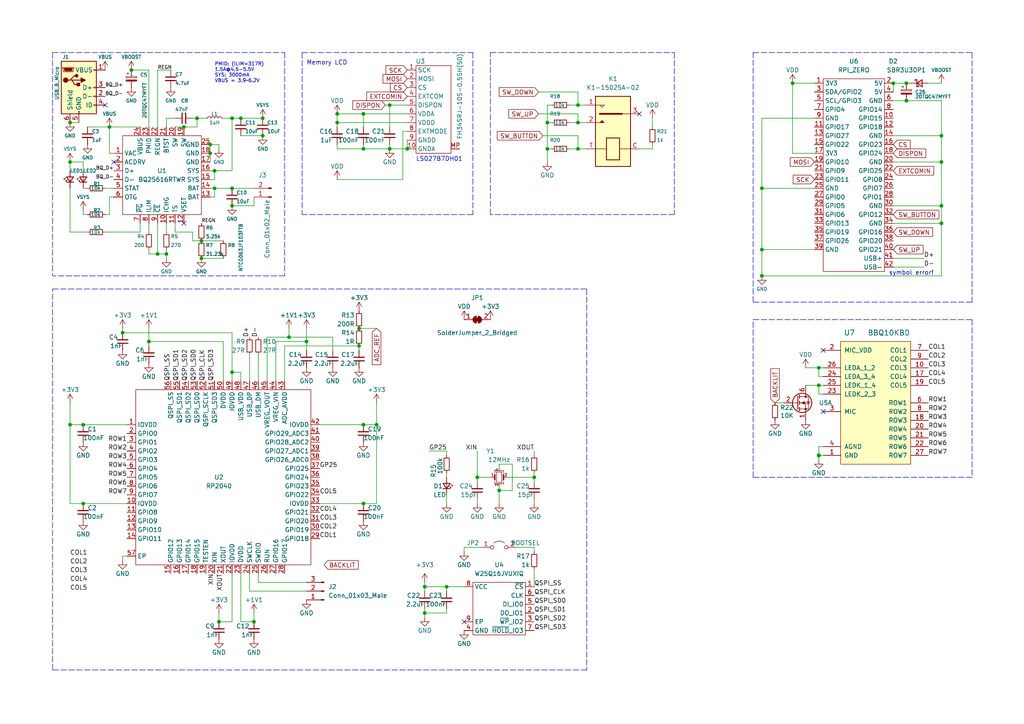
<source format=kicad_sch>
(kicad_sch (version 20211123) (generator eeschema)
  (paper "A4")
  (junction (at 273.05 64.77))
  (junction (at 144.78 142.24))
  (junction (at 113.03 30.48))
  (junction (at 24.13 146.05))
  (junction (at 20.32 123.19))
  (junction (at 62.23 49.53))
  (junction (at 57.15 34.29))
  (junction (at 31.75 36.83))
  (junction (at 60.96 41.91))
  (junction (at 138.43 138.43))
  (junction (at 62.23 54.61))
  (junction (at 273.05 39.37))
  (junction (at 109.22 123.19))
  (junction (at 273.05 46.99))
  (junction (at 97.79 33.02))
  (junction (at 118.11 43.18))
  (junction (at 83.82 97.79))
  (junction (at 58.42 69.85))
  (junction (at 105.41 43.18))
  (junction (at 88.9 99.06))
  (junction (at 104.14 100.33))
  (junction (at 48.26 73.66))
  (junction (at 158.75 35.56))
  (junction (at 262.89 24.13))
  (junction (at 167.64 30.48))
  (junction (at 76.2 39.37))
  (junction (at 73.66 180.34))
  (junction (at 60.96 44.45))
  (junction (at 129.54 170.18))
  (junction (at 105.41 123.19))
  (junction (at 67.31 107.95))
  (junction (at 273.05 59.69))
  (junction (at 67.31 54.61))
  (junction (at 67.31 59.69))
  (junction (at 237.49 106.68))
  (junction (at 123.19 177.8))
  (junction (at 113.03 43.18))
  (junction (at 67.31 34.29))
  (junction (at 104.14 95.25))
  (junction (at 220.98 54.61))
  (junction (at 154.94 138.43))
  (junction (at 237.49 111.76))
  (junction (at 220.98 72.39))
  (junction (at 105.41 33.02))
  (junction (at 123.19 170.18))
  (junction (at 53.34 36.83))
  (junction (at 167.64 35.56))
  (junction (at 35.56 96.52))
  (junction (at 76.2 34.29))
  (junction (at 24.13 123.19))
  (junction (at 20.32 46.99))
  (junction (at 105.41 146.05))
  (junction (at 58.42 74.93))
  (junction (at 220.98 80.01))
  (junction (at 69.85 34.29))
  (junction (at 262.89 29.21))
  (junction (at 167.64 43.18))
  (junction (at 63.5 180.34))
  (junction (at 237.49 132.08) (diameter 1.016))
  (junction (at 229.87 24.13))
  (junction (at 38.1 20.32))
  (junction (at 45.72 73.66))
  (junction (at 43.18 99.06))
  (junction (at 20.32 35.56))
  (junction (at 158.75 43.18))
  (junction (at 259.08 24.13))
  (junction (at 97.79 35.56))
  (no_connect (at 134.62 180.34))
  (no_connect (at 238.76 101.6))
  (no_connect (at 238.76 119.38))
  (no_connect (at 53.34 64.77))
  (no_connect (at 33.02 46.99))
  (no_connect (at 30.48 30.48))
  (no_connect (at 185.42 33.02))
  (wire (pts (xy 74.93 168.91) (xy 88.9 168.91)))
  (wire (pts (xy 72.39 166.37) (xy 72.39 171.45)))
  (wire (pts (xy 67.31 49.53) (xy 67.31 34.29)))
  (wire (pts (xy 20.32 67.31) (xy 20.32 54.61)))
  (polyline (pts (xy 218.44 92.71) (xy 281.94 92.71)))
  (wire (pts (xy 77.47 97.79) (xy 83.82 97.79)))
  (wire (pts (xy 229.87 24.13) (xy 236.22 24.13)))
  (wire (pts (xy 158.75 30.48) (xy 160.02 30.48)))
  (wire (pts (xy 165.1 43.18) (xy 167.64 43.18)))
  (wire (pts (xy 238.76 109.22) (xy 237.49 109.22)))
  (wire (pts (xy 123.19 170.18) (xy 129.54 170.18)))
  (wire (pts (xy 67.31 166.37) (xy 67.31 180.34)))
  (wire (pts (xy 262.89 29.21) (xy 273.05 29.21)))
  (wire (pts (xy 238.76 132.08) (xy 237.49 132.08)))
  (wire (pts (xy 129.54 132.08) (xy 129.54 130.81)))
  (wire (pts (xy 60.96 52.07) (xy 62.23 52.07)))
  (wire (pts (xy 259.08 26.67) (xy 259.08 24.13)))
  (wire (pts (xy 144.78 134.62) (xy 148.59 134.62)))
  (wire (pts (xy 259.08 24.13) (xy 262.89 24.13)))
  (wire (pts (xy 35.56 96.52) (xy 67.31 96.52)))
  (wire (pts (xy 267.97 77.47) (xy 259.08 77.47)))
  (wire (pts (xy 167.64 35.56) (xy 170.18 35.56)))
  (wire (pts (xy 109.22 116.84) (xy 109.22 123.19)))
  (wire (pts (xy 62.23 49.53) (xy 62.23 52.07)))
  (polyline (pts (xy 82.55 15.24) (xy 82.55 80.01)))
  (polyline (pts (xy 15.24 15.24) (xy 15.24 80.01)))
  (wire (pts (xy 96.52 97.79) (xy 83.82 97.79)))
  (wire (pts (xy 156.21 33.02) (xy 167.64 33.02)))
  (wire (pts (xy 156.21 26.67) (xy 167.64 26.67)))
  (wire (pts (xy 83.82 95.25) (xy 83.82 97.79)))
  (wire (pts (xy 24.13 60.96) (xy 24.13 62.23)))
  (wire (pts (xy 60.96 54.61) (xy 62.23 54.61)))
  (wire (pts (xy 50.8 64.77) (xy 50.8 67.31)))
  (wire (pts (xy 31.75 44.45) (xy 31.75 36.83)))
  (polyline (pts (xy 218.44 87.63) (xy 218.44 15.24)))
  (wire (pts (xy 31.75 57.15) (xy 33.02 57.15)))
  (wire (pts (xy 149.86 158.75) (xy 154.94 158.75)))
  (wire (pts (xy 189.23 43.18) (xy 185.42 43.18)))
  (wire (pts (xy 144.78 142.24) (xy 144.78 146.05)))
  (wire (pts (xy 60.96 44.45) (xy 60.96 46.99)))
  (wire (pts (xy 154.94 146.05) (xy 154.94 144.78)))
  (wire (pts (xy 158.75 35.56) (xy 158.75 43.18)))
  (wire (pts (xy 167.64 43.18) (xy 170.18 43.18)))
  (wire (pts (xy 92.71 123.19) (xy 105.41 123.19)))
  (wire (pts (xy 45.72 73.66) (xy 48.26 73.66)))
  (wire (pts (xy 43.18 73.66) (xy 45.72 73.66)))
  (wire (pts (xy 67.31 180.34) (xy 63.5 180.34)))
  (wire (pts (xy 64.77 34.29) (xy 67.31 34.29)))
  (wire (pts (xy 57.15 36.83) (xy 57.15 34.29)))
  (wire (pts (xy 35.56 95.25) (xy 35.56 96.52)))
  (wire (pts (xy 220.98 54.61) (xy 220.98 72.39)))
  (wire (pts (xy 97.79 43.18) (xy 97.79 41.91)))
  (wire (pts (xy 69.85 110.49) (xy 69.85 107.95)))
  (wire (pts (xy 129.54 171.45) (xy 129.54 170.18)))
  (wire (pts (xy 63.5 177.8) (xy 63.5 180.34)))
  (wire (pts (xy 167.64 26.67) (xy 167.64 30.48)))
  (wire (pts (xy 237.49 132.08) (xy 237.49 133.35)))
  (wire (pts (xy 73.66 59.69) (xy 67.31 59.69)))
  (wire (pts (xy 259.08 39.37) (xy 273.05 39.37)))
  (polyline (pts (xy 87.63 15.24) (xy 87.63 62.23)))
  (wire (pts (xy 31.75 62.23) (xy 31.75 57.15)))
  (wire (pts (xy 20.32 46.99) (xy 24.13 46.99)))
  (polyline (pts (xy 142.24 15.24) (xy 195.58 15.24)))
  (polyline (pts (xy 170.18 194.31) (xy 15.24 194.31)))
  (wire (pts (xy 165.1 30.48) (xy 167.64 30.48)))
  (wire (pts (xy 236.22 34.29) (xy 220.98 34.29)))
  (wire (pts (xy 30.48 62.23) (xy 31.75 62.23)))
  (wire (pts (xy 45.72 64.77) (xy 45.72 73.66)))
  (wire (pts (xy 237.49 129.54) (xy 237.49 132.08)))
  (wire (pts (xy 48.26 73.66) (xy 48.26 74.93)))
  (wire (pts (xy 88.9 95.25) (xy 88.9 99.06)))
  (wire (pts (xy 67.31 54.61) (xy 73.66 54.61)))
  (wire (pts (xy 67.31 107.95) (xy 67.31 110.49)))
  (wire (pts (xy 50.8 36.83) (xy 53.34 36.83)))
  (wire (pts (xy 50.8 67.31) (xy 55.88 67.31)))
  (wire (pts (xy 20.32 49.53) (xy 20.32 46.99)))
  (wire (pts (xy 129.54 170.18) (xy 134.62 170.18)))
  (wire (pts (xy 69.85 180.34) (xy 73.66 180.34)))
  (wire (pts (xy 92.71 146.05) (xy 105.41 146.05)))
  (wire (pts (xy 97.79 52.07) (xy 116.84 52.07)))
  (wire (pts (xy 73.66 57.15) (xy 73.66 59.69)))
  (wire (pts (xy 105.41 123.19) (xy 109.22 123.19)))
  (wire (pts (xy 69.85 107.95) (xy 67.31 107.95)))
  (wire (pts (xy 64.77 110.49) (xy 64.77 99.06)))
  (wire (pts (xy 113.03 43.18) (xy 113.03 41.91)))
  (wire (pts (xy 123.19 177.8) (xy 129.54 177.8)))
  (wire (pts (xy 157.48 39.37) (xy 167.64 39.37)))
  (wire (pts (xy 55.88 34.29) (xy 57.15 34.29)))
  (wire (pts (xy 262.89 24.13) (xy 264.16 24.13)))
  (wire (pts (xy 116.84 38.1) (xy 116.84 52.07)))
  (wire (pts (xy 189.23 41.91) (xy 189.23 43.18)))
  (wire (pts (xy 74.93 102.87) (xy 74.93 110.49)))
  (wire (pts (xy 24.13 54.61) (xy 25.4 54.61)))
  (wire (pts (xy 24.13 146.05) (xy 36.83 146.05)))
  (polyline (pts (xy 15.24 83.82) (xy 170.18 83.82)))
  (wire (pts (xy 31.75 36.83) (xy 40.64 36.83)))
  (wire (pts (xy 167.64 30.48) (xy 170.18 30.48)))
  (wire (pts (xy 138.43 130.81) (xy 138.43 138.43)))
  (wire (pts (xy 229.87 44.45) (xy 229.87 24.13)))
  (wire (pts (xy 20.32 146.05) (xy 24.13 146.05)))
  (polyline (pts (xy 281.94 92.71) (xy 281.94 138.43)))
  (wire (pts (xy 97.79 43.18) (xy 105.41 43.18)))
  (wire (pts (xy 259.08 46.99) (xy 273.05 46.99)))
  (wire (pts (xy 138.43 146.05) (xy 138.43 144.78)))
  (wire (pts (xy 43.18 64.77) (xy 43.18 67.31)))
  (polyline (pts (xy 82.55 80.01) (xy 15.24 80.01)))
  (wire (pts (xy 158.75 30.48) (xy 158.75 35.56)))
  (polyline (pts (xy 170.18 83.82) (xy 170.18 194.31)))
  (wire (pts (xy 273.05 39.37) (xy 273.05 46.99)))
  (wire (pts (xy 97.79 35.56) (xy 97.79 36.83)))
  (wire (pts (xy 69.85 166.37) (xy 69.85 180.34)))
  (wire (pts (xy 113.03 30.48) (xy 113.03 36.83)))
  (wire (pts (xy 30.48 67.31) (xy 40.64 67.31)))
  (polyline (pts (xy 218.44 138.43) (xy 218.44 92.71)))
  (wire (pts (xy 62.23 57.15) (xy 62.23 54.61)))
  (wire (pts (xy 220.98 72.39) (xy 236.22 72.39)))
  (wire (pts (xy 237.49 111.76) (xy 238.76 111.76)))
  (wire (pts (xy 158.75 43.18) (xy 158.75 46.99)))
  (wire (pts (xy 58.42 69.85) (xy 64.77 69.85)))
  (wire (pts (xy 76.2 34.29) (xy 69.85 34.29)))
  (wire (pts (xy 67.31 96.52) (xy 67.31 107.95)))
  (wire (pts (xy 60.96 57.15) (xy 62.23 57.15)))
  (wire (pts (xy 273.05 80.01) (xy 220.98 80.01)))
  (wire (pts (xy 24.13 123.19) (xy 36.83 123.19)))
  (wire (pts (xy 88.9 99.06) (xy 80.01 99.06)))
  (wire (pts (xy 148.59 134.62) (xy 148.59 142.24)))
  (wire (pts (xy 233.68 111.76) (xy 237.49 111.76)))
  (wire (pts (xy 48.26 64.77) (xy 48.26 67.31)))
  (wire (pts (xy 104.14 101.6) (xy 104.14 100.33)))
  (wire (pts (xy 62.23 54.61) (xy 67.31 54.61)))
  (wire (pts (xy 144.78 140.97) (xy 144.78 142.24)))
  (wire (pts (xy 74.93 166.37) (xy 74.93 168.91)))
  (wire (pts (xy 233.68 106.68) (xy 237.49 106.68)))
  (wire (pts (xy 60.96 41.91) (xy 63.5 41.91)))
  (wire (pts (xy 25.4 36.83) (xy 31.75 36.83)))
  (wire (pts (xy 154.94 137.16) (xy 154.94 138.43)))
  (wire (pts (xy 273.05 29.21) (xy 273.05 39.37)))
  (wire (pts (xy 72.39 171.45) (xy 88.9 171.45)))
  (wire (pts (xy 58.42 74.93) (xy 64.77 74.93)))
  (wire (pts (xy 259.08 29.21) (xy 262.89 29.21)))
  (wire (pts (xy 105.41 43.18) (xy 105.41 41.91)))
  (wire (pts (xy 109.22 123.19) (xy 109.22 146.05)))
  (wire (pts (xy 134.62 158.75) (xy 139.7 158.75)))
  (wire (pts (xy 118.11 40.64) (xy 118.11 43.18)))
  (wire (pts (xy 105.41 43.18) (xy 113.03 43.18)))
  (wire (pts (xy 220.98 54.61) (xy 236.22 54.61)))
  (wire (pts (xy 49.53 20.32) (xy 45.72 20.32)))
  (wire (pts (xy 148.59 142.24) (xy 144.78 142.24)))
  (wire (pts (xy 43.18 36.83) (xy 43.18 20.32)))
  (wire (pts (xy 20.32 123.19) (xy 24.13 123.19)))
  (wire (pts (xy 273.05 46.99) (xy 273.05 59.69)))
  (wire (pts (xy 134.62 160.02) (xy 134.62 158.75)))
  (wire (pts (xy 237.49 109.22) (xy 237.49 106.68)))
  (wire (pts (xy 43.18 72.39) (xy 43.18 73.66)))
  (wire (pts (xy 53.34 36.83) (xy 57.15 36.83)))
  (wire (pts (xy 259.08 59.69) (xy 273.05 59.69)))
  (polyline (pts (xy 195.58 62.23) (xy 142.24 62.23)))
  (wire (pts (xy 104.14 95.25) (xy 109.22 95.25)))
  (wire (pts (xy 73.66 177.8) (xy 73.66 180.34)))
  (wire (pts (xy 82.55 100.33) (xy 104.14 100.33)))
  (wire (pts (xy 20.32 116.84) (xy 20.32 123.19)))
  (wire (pts (xy 123.19 177.8) (xy 123.19 176.53)))
  (wire (pts (xy 82.55 110.49) (xy 82.55 100.33)))
  (wire (pts (xy 167.64 39.37) (xy 167.64 43.18)))
  (wire (pts (xy 55.88 69.85) (xy 58.42 69.85)))
  (wire (pts (xy 144.78 134.62) (xy 144.78 135.89)))
  (polyline (pts (xy 137.16 62.23) (xy 87.63 62.23)))
  (wire (pts (xy 158.75 35.56) (xy 160.02 35.56)))
  (wire (pts (xy 269.24 24.13) (xy 273.05 24.13)))
  (wire (pts (xy 105.41 33.02) (xy 118.11 33.02)))
  (wire (pts (xy 236.22 44.45) (xy 229.87 44.45)))
  (wire (pts (xy 60.96 41.91) (xy 60.96 44.45)))
  (wire (pts (xy 59.69 34.29) (xy 57.15 34.29)))
  (wire (pts (xy 76.2 39.37) (xy 69.85 39.37)))
  (wire (pts (xy 97.79 33.02) (xy 105.41 33.02)))
  (wire (pts (xy 267.97 74.93) (xy 259.08 74.93)))
  (wire (pts (xy 30.48 54.61) (xy 33.02 54.61)))
  (polyline (pts (xy 281.94 87.63) (xy 218.44 87.63)))
  (wire (pts (xy 273.05 59.69) (xy 273.05 64.77)))
  (wire (pts (xy 36.83 161.29) (xy 35.56 161.29)))
  (wire (pts (xy 154.94 165.1) (xy 154.94 170.18)))
  (wire (pts (xy 96.52 101.6) (xy 96.52 97.79)))
  (wire (pts (xy 273.05 64.77) (xy 273.05 80.01)))
  (wire (pts (xy 113.03 43.18) (xy 118.11 43.18)))
  (wire (pts (xy 129.54 143.51) (xy 129.54 146.05)))
  (polyline (pts (xy 281.94 15.24) (xy 281.94 87.63)))
  (wire (pts (xy 123.19 177.8) (xy 123.19 179.07)))
  (wire (pts (xy 259.08 64.77) (xy 273.05 64.77)))
  (wire (pts (xy 97.79 33.02) (xy 97.79 35.56)))
  (wire (pts (xy 220.98 72.39) (xy 220.98 80.01)))
  (polyline (pts (xy 137.16 15.24) (xy 137.16 62.23)))
  (wire (pts (xy 63.5 41.91) (xy 63.5 43.18)))
  (wire (pts (xy 237.49 106.68) (xy 238.76 106.68)))
  (wire (pts (xy 111.76 30.48) (xy 113.03 30.48)))
  (wire (pts (xy 67.31 34.29) (xy 69.85 34.29)))
  (wire (pts (xy 123.19 171.45) (xy 123.19 170.18)))
  (wire (pts (xy 224.79 116.84) (xy 227.33 116.84)))
  (wire (pts (xy 238.76 129.54) (xy 237.49 129.54)))
  (wire (pts (xy 38.1 20.32) (xy 43.18 20.32)))
  (polyline (pts (xy 218.44 15.24) (xy 281.94 15.24)))
  (wire (pts (xy 43.18 100.33) (xy 43.18 99.06)))
  (polyline (pts (xy 87.63 15.24) (xy 137.16 15.24)))
  (wire (pts (xy 118.11 38.1) (xy 116.84 38.1)))
  (wire (pts (xy 142.24 138.43) (xy 138.43 138.43)))
  (wire (pts (xy 20.32 35.56) (xy 22.86 35.56)))
  (wire (pts (xy 64.77 99.06) (xy 43.18 99.06)))
  (wire (pts (xy 88.9 99.06) (xy 88.9 101.6)))
  (wire (pts (xy 35.56 161.29) (xy 35.56 162.56)))
  (wire (pts (xy 43.18 95.25) (xy 43.18 99.06)))
  (wire (pts (xy 24.13 46.99) (xy 24.13 49.53)))
  (wire (pts (xy 20.32 123.19) (xy 20.32 146.05)))
  (wire (pts (xy 55.88 67.31) (xy 55.88 69.85)))
  (polyline (pts (xy 281.94 138.43) (xy 218.44 138.43)))
  (wire (pts (xy 138.43 139.7) (xy 138.43 138.43)))
  (wire (pts (xy 77.47 110.49) (xy 77.47 97.79)))
  (wire (pts (xy 147.32 138.43) (xy 154.94 138.43)))
  (wire (pts (xy 129.54 130.81) (xy 124.46 130.81)))
  (wire (pts (xy 129.54 137.16) (xy 129.54 138.43)))
  (wire (pts (xy 60.96 49.53) (xy 62.23 49.53)))
  (wire (pts (xy 220.98 34.29) (xy 220.98 54.61)))
  (wire (pts (xy 50.8 34.29) (xy 48.26 34.29)))
  (wire (pts (xy 129.54 177.8) (xy 129.54 176.53)))
  (wire (pts (xy 165.1 35.56) (xy 167.64 35.56)))
  (wire (pts (xy 48.26 34.29) (xy 48.26 36.83)))
  (wire (pts (xy 24.13 62.23) (xy 25.4 62.23)))
  (wire (pts (xy 20.32 67.31) (xy 25.4 67.31)))
  (polyline (pts (xy 142.24 62.23) (xy 142.24 15.24)))
  (wire (pts (xy 80.01 99.06) (xy 80.01 110.49)))
  (wire (pts (xy 105.41 33.02) (xy 105.41 36.83)))
  (wire (pts (xy 160.02 43.18) (xy 158.75 43.18)))
  (wire (pts (xy 154.94 130.81) (xy 154.94 132.08)))
  (wire (pts (xy 238.76 114.3) (xy 237.49 114.3)))
  (wire (pts (xy 62.23 49.53) (xy 67.31 49.53)))
  (wire (pts (xy 113.03 30.48) (xy 118.11 30.48)))
  (wire (pts (xy 118.11 35.56) (xy 97.79 35.56)))
  (wire (pts (xy 189.23 34.29) (xy 189.23 36.83)))
  (wire (pts (xy 45.72 20.32) (xy 45.72 36.83)))
  (wire (pts (xy 237.49 111.76) (xy 237.49 114.3)))
  (wire (pts (xy 154.94 158.75) (xy 154.94 160.02)))
  (wire (pts (xy 105.41 146.05) (xy 109.22 146.05)))
  (polyline (pts (xy 15.24 15.24) (xy 82.55 15.24)))
  (wire (pts (xy 154.94 139.7) (xy 154.94 138.43)))
  (wire (pts (xy 167.64 33.02) (xy 167.64 35.56)))
  (polyline (pts (xy 15.24 194.31) (xy 15.24 83.82)))
  (wire (pts (xy 31.75 44.45) (xy 33.02 44.45)))
  (wire (pts (xy 48.26 72.39) (xy 48.26 73.66)))
  (wire (pts (xy 40.64 64.77) (xy 40.64 67.31)))
  (polyline (pts (xy 195.58 15.24) (xy 195.58 62.23)))
  (wire (pts (xy 123.19 168.91) (xy 123.19 170.18)))
  (wire (pts (xy 72.39 102.87) (xy 72.39 110.49)))
  (text "symbol error!" (at 257.81 80.01 0) (effects (font (size 1.27 1.27)) (justify left bottom)))
  (text "LS027B7DH01" (at 120.65 46.99 0) (effects (font (size 1.27 1.27)) (justify left bottom)))
  (text "Memory LCD" (at 88.9 19.05 0) (effects (font (size 1.27 1.27)) (justify left bottom)))
  (text "PMID: (ILIM=317R)\n1.5A@4.5-5.5V\nSYS: 3000mA\nVBUS = 3.9~6.2V" (at 62.23 24.13 0) (effects (font (size 1 1)) (justify left bottom)))
  (label "XOUT" (at 64.77 166.37 270))
  (label "COL2" (at 269.24 104.14 0))
  (label "QSPI_SD2" (at 54.61 110.49 90))
  (label "QSPI_SD2" (at 154.94 180.34 0))
  (label "D-" (at 267.97 77.47 0))
  (label "QSPI_CLK" (at 59.69 110.49 90))
  (label "D+" (at 267.97 74.93 0))
  (label "QSPI_SD0" (at 154.94 175.26 0))
  (label "QSPI_SS" (at 154.94 170.18 0))
  (label "COL3" (at 269.24 106.68 0))
  (label "QSPI_SD1" (at 52.07 110.49 90))
  (label "QSPI_SS" (at 49.53 110.49 90))
  (label "BQ_D-" (at 30.48 27.94 0) (effects (font (size 1 1))))
  (label "BQ_D+" (at 30.48 25.4 0) (effects (font (size 1 1))))
  (label "ROW1" (at 269.24 116.84 0))
  (label "COL3" (at 20.32 166.37 0))
  (label "COL3" (at 92.71 151.13 0))
  (label "COL1" (at 269.24 101.6 0))
  (label "COL4" (at 20.32 168.91 0))
  (label "XIN" (at 62.23 166.37 270))
  (label "D+" (at 72.39 97.79 90))
  (label "D-" (at 74.93 97.79 90))
  (label "REGN" (at 45.72 20.32 0) (effects (font (size 1 1))))
  (label "BQ_D-" (at 33.02 52.07 180) (effects (font (size 1 1))))
  (label "ROW5" (at 36.83 138.43 180))
  (label "COL5" (at 269.24 111.76 0))
  (label "XOUT" (at 154.94 130.81 180))
  (label "GP25" (at 124.46 130.81 0))
  (label "ROW5" (at 269.24 127 0))
  (label "COL1" (at 20.32 161.29 0))
  (label "REGN" (at 58.42 64.77 0) (effects (font (size 1 1))))
  (label "ROW4" (at 36.83 135.89 180))
  (label "COL5" (at 20.32 171.45 0))
  (label "ROW3" (at 36.83 133.35 180))
  (label "ROW4" (at 269.24 124.46 0))
  (label "ROW7" (at 36.83 143.51 180))
  (label "QSPI_SD1" (at 154.94 177.8 0))
  (label "GP25" (at 92.71 135.89 0))
  (label "BQ_D+" (at 33.02 49.53 180) (effects (font (size 1 1))))
  (label "COL4" (at 92.71 148.59 0))
  (label "COL4" (at 269.24 109.22 0))
  (label "QSPI_SD3" (at 154.94 182.88 0))
  (label "COL5" (at 92.71 143.51 0))
  (label "ROW6" (at 269.24 129.54 0))
  (label "ROW7" (at 269.24 132.08 0))
  (label "COL1" (at 92.71 156.21 0))
  (label "COL2" (at 92.71 153.67 0))
  (label "ROW1" (at 36.83 128.27 180))
  (label "ROW3" (at 269.24 121.92 0))
  (label "ROW6" (at 36.83 140.97 180))
  (label "XIN" (at 138.43 130.81 180))
  (label "ROW2" (at 269.24 119.38 0))
  (label "QSPI_SD0" (at 57.15 110.49 90))
  (label "COL2" (at 20.32 163.83 0))
  (label "QSPI_CLK" (at 154.94 172.72 0))
  (label "ROW2" (at 36.83 130.81 180))
  (label "QSPI_SD3" (at 62.23 110.49 90))
  (global_label "SCK" (shape input) (at 118.11 20.32 180) (property "Intersheet References" "${INTERSHEET_REFS}" (effects hide)))
  (global_label "SW_UP" (shape input) (at 259.08 72.39 0) (property "Intersheet References" "${INTERSHEET_REFS}" (effects hide)))
  (global_label "EXTCOMIN" (shape input) (at 118.11 27.94 180) (property "Intersheet References" "${INTERSHEET_REFS}" (effects hide)))
  (global_label "SW_DOWN" (shape input) (at 156.21 26.67 180) (property "Intersheet References" "${INTERSHEET_REFS}" (effects hide)))
  (global_label "MOSI" (shape input) (at 118.11 22.86 180) (property "Intersheet References" "${INTERSHEET_REFS}" (effects hide)))
  (global_label "SCK" (shape input) (at 236.22 52.07 180) (property "Intersheet References" "${INTERSHEET_REFS}" (effects hide)))
  (global_label "SW_BUTTON" (shape input) (at 259.08 62.23 0) (property "Intersheet References" "${INTERSHEET_REFS}" (effects hide)))
  (global_label "SW_DOWN" (shape input) (at 259.08 67.31 0) (property "Intersheet References" "${INTERSHEET_REFS}" (effects hide)))
  (global_label "CS" (shape input) (at 259.08 41.91 0) (property "Intersheet References" "${INTERSHEET_REFS}" (effects hide)))
  (global_label "SW_BUTTON" (shape input) (at 157.48 39.37 180) (property "Intersheet References" "${INTERSHEET_REFS}" (effects hide)))
  (global_label "DISPON" (shape input) (at 111.76 30.48 180) (property "Intersheet References" "${INTERSHEET_REFS}" (effects hide)))
  (global_label "CS" (shape input) (at 118.11 25.4 180) (property "Intersheet References" "${INTERSHEET_REFS}" (effects hide)))
  (global_label "MOSI" (shape input) (at 236.22 46.99 180) (property "Intersheet References" "${INTERSHEET_REFS}" (effects hide)))
  (global_label "DISPON" (shape input) (at 259.08 44.45 0) (property "Intersheet References" "${INTERSHEET_REFS}" (effects hide)))
  (global_label "SW_UP" (shape input) (at 156.21 33.02 180) (property "Intersheet References" "${INTERSHEET_REFS}" (effects hide)))
  (global_label "EXTCOMIN" (shape input) (at 259.08 49.53 0) (property "Intersheet References" "${INTERSHEET_REFS}" (effects hide)))
  (global_label "ADC_REF" (shape input) (at 109.22 95.25 270) (property "Intersheet References" "${INTERSHEET_REFS}" (effects hide)))
  (global_label "BACKLIT" (shape input) (at 93.98 163.83 0) (property "Intersheet References" "${INTERSHEET_REFS}" (effects hide)))
  (global_label "BACKLIT" (shape input) (at 224.79 116.84 90) (property "Intersheet References" "${INTERSHEET_REFS}" (effects hide)))
  (symbol (lib_id "power:VDD") (at 229.87 24.13 0) (unit 1)
    (property "Reference" "#PWR056" (effects hide))
    (property "Value" "VDD" (at 229.87 20.32 0))
  )
  (symbol (lib_id "Device:R_Small") (at 162.56 30.48 270) (unit 1)
    (property "Reference" "R18" (at 162.56 27.94 90) (effects (font (size 1 1)) (justify right)))
    (property "Value" "10k" (at 163.83 30.48 90) (effects (font (size 1 1)) (justify right)))
    (property "Footprint" "Resistor_SMD:R_0201_0603Metric" (effects hide))
  )
  (symbol (lib_id "Device:R_Small") (at 43.18 69.85 0) (mirror x) (unit 1)
    (property "Reference" "R4" (at 41.91 68.58 0) (effects (font (size 1 1)) (justify right)))
    (property "Value" "200" (at 41.91 71.12 0) (effects (font (size 1 1)) (justify right)))
    (property "Footprint" "Resistor_SMD:R_0201_0603Metric" (effects hide))
  )
  (symbol (lib_id "Device:C_Polarized_Small") (at 262.89 26.67 0) (unit 1)
    (property "Reference" "C26" (at 265.43 26.67 0) (effects (font (size 1 1)) (justify left)))
    (property "Value" "20TQC47MYFT" (at 265.43 28.0289 0) (effects (font (size 1 1)) (justify left)))
    (property "Footprint" "_Library:20TQC47MYFT" (effects hide))
  )
  (symbol (lib_id "power:+3V3") (at 123.19 168.91 0) (unit 1)
    (property "Reference" "#PWR042" (effects hide))
    (property "Value" "+3V3" (at 123.19 163.83 0))
  )
  (symbol (lib_id "power:+3V3") (at 20.32 116.84 0) (unit 1)
    (property "Reference" "#PWR03" (effects hide))
    (property "Value" "+3V3" (at 20.32 113.03 0))
  )
  (symbol (lib_id "Device:R_Small") (at 27.94 54.61 270) (unit 1)
    (property "Reference" "R1" (at 29.21 53.34 90) (effects (font (size 1 1)) (justify right)))
    (property "Value" "10k" (at 29.21 54.61 90) (effects (font (size 1 1)) (justify right)))
    (property "Footprint" "Resistor_SMD:R_0201_0603Metric" (effects hide))
  )
  (symbol (lib_id "power:VBUS") (at 31.75 36.83 0) (unit 1)
    (property "Reference" "#PWR09" (effects hide))
    (property "Value" "VBUS" (at 31.75 33.02 0) (effects (font (size 1 1))))
  )
  (symbol (lib_id "Device:C_Small") (at 63.5 182.88 0) (mirror x) (unit 1)
    (property "Reference" "C9" (at 62.23 181.61 0) (effects (justify right)))
    (property "Value" "1nF" (at 63.5 184.15 0) (effects (justify right)))
    (property "Footprint" "Capacitor_SMD:C_0201_0603Metric" (effects hide))
  )
  (symbol (lib_id "power:GND") (at 144.78 146.05 0) (unit 1)
    (property "Reference" "#PWR050" (effects hide))
    (property "Value" "GND" (at 144.78 149.86 0))
  )
  (symbol (lib_id "Device:C_Small") (at 96.52 104.14 0) (mirror x) (unit 1)
    (property "Reference" "C15" (at 95.25 102.87 0) (effects (justify right)))
    (property "Value" "2.2uF" (at 96.52 105.41 0) (effects (justify right)))
    (property "Footprint" "Capacitor_SMD:C_0402_1005Metric" (effects hide))
  )
  (symbol (lib_id "power:VDD") (at 189.23 34.29 0) (unit 1)
    (property "Reference" "#PWR053" (effects hide))
    (property "Value" "VDD" (at 189.23 30.48 0))
  )
  (symbol (lib_id "power:+1V1") (at 73.66 177.8 0) (unit 1)
    (property "Reference" "#PWR024" (effects hide))
    (property "Value" "+1V1" (at 73.66 173.99 0))
  )
  (symbol (lib_id "power:GND") (at 35.56 101.6 0) (unit 1)
    (property "Reference" "#PWR011" (effects hide))
    (property "Value" "GND" (at 35.56 105.41 0))
  )
  (symbol (lib_id "power:GND") (at 105.41 128.27 0) (unit 1)
    (property "Reference" "#PWR038" (effects hide))
    (property "Value" "GND" (at 105.41 132.08 0))
  )
  (symbol (lib_id "_Library:RP2040") (at 63.5 138.43 0) (unit 1)
    (property "Reference" "U2" (at 63.5 138.43 0))
    (property "Value" "RP2040" (at 63.5 140.97 0))
    (property "Footprint" "_Library:RP2040" (effects hide))
  )
  (symbol (lib_id "power:GND") (at 104.14 106.68 0) (unit 1)
    (property "Reference" "#PWR037" (effects hide))
    (property "Value" "GND" (at 104.14 110.49 0))
  )
  (symbol (lib_id "Device:R_Small") (at 48.26 69.85 180) (unit 1)
    (property "Reference" "R5" (at 49.53 68.58 0) (effects (font (size 1 1)) (justify right)))
    (property "Value" "270" (at 49.53 71.12 0) (effects (font (size 1 1)) (justify right)))
    (property "Footprint" "Resistor_SMD:R_0201_0603Metric" (effects hide))
  )
  (symbol (lib_id "Device:R_Small") (at 27.94 67.31 270) (unit 1)
    (property "Reference" "R3" (at 29.21 66.04 90) (effects (font (size 1 1)) (justify right)))
    (property "Value" "10k" (at 29.21 67.31 90) (effects (font (size 1 1)) (justify right)))
    (property "Footprint" "Resistor_SMD:R_0201_0603Metric" (effects hide))
  )
  (symbol (lib_id "Device:C_Small") (at 43.18 102.87 0) (mirror x) (unit 1)
    (property "Reference" "C6" (at 41.91 101.6 0) (effects (justify right)))
    (property "Value" "1nF" (at 43.18 104.14 0) (effects (justify right)))
    (property "Footprint" "Capacitor_SMD:C_0201_0603Metric" (effects hide))
  )
  (symbol (lib_id "Device:C_Small") (at 123.19 173.99 0) (mirror x) (unit 1)
    (property "Reference" "C22" (at 121.92 172.72 0) (effects (justify right)))
    (property "Value" "2.2uF" (at 123.19 175.26 0) (effects (justify right)))
    (property "Footprint" "Capacitor_SMD:C_0402_1005Metric" (effects hide))
  )
  (symbol (lib_id "Device:C_Small") (at 53.34 34.29 90) (unit 1)
    (property "Reference" "C8" (at 54.61 29.21 90) (effects (font (size 1 1)) (justify left)))
    (property "Value" "47nF" (at 54.61 31.75 90) (effects (font (size 1 1)) (justify left)))
    (property "Footprint" "Capacitor_SMD:C_0402_1005Metric" (effects hide))
  )
  (symbol (lib_id "Device:C_Small") (at 105.41 148.59 180) (unit 1)
    (property "Reference" "C20" (at 106.68 147.32 0) (effects (justify right)))
    (property "Value" "100nF" (at 105.41 149.86 0) (effects (justify right)))
    (property "Footprint" "Capacitor_SMD:C_0201_0603Metric" (effects hide))
  )
  (symbol (lib_id "Device:LED_Small") (at 24.13 52.07 90) (unit 1)
    (property "Reference" "LED2" (at 24.13 49.53 90) (effects (font (size 1 1)) (justify right)))
    (property "Value" "LED_RED_0603" (effects hide))
    (property "Footprint" "LED_SMD:LED_0603_1608Metric" (effects hide))
  )
  (symbol (lib_id "power:+1V1") (at 43.18 95.25 0) (unit 1)
    (property "Reference" "#PWR015" (effects hide))
    (property "Value" "+1V1" (at 43.18 91.44 0))
  )
  (symbol (lib_id "Device:R_Small") (at 154.94 162.56 180) (unit 1)
    (property "Reference" "R17" (at 153.67 161.29 0) (effects (justify left)))
    (property "Value" "1k" (at 153.67 163.83 0) (effects (justify left)))
    (property "Footprint" "Resistor_SMD:R_0201_0603Metric" (effects hide))
  )
  (symbol (lib_id "power:VDD") (at 134.62 92.71 0) (unit 1)
    (property "Reference" "#PWR045" (effects hide))
    (property "Value" "VDD" (at 134.62 88.9 0))
  )
  (symbol (lib_id "Device:C_Small") (at 35.56 99.06 0) (mirror x) (unit 1)
    (property "Reference" "C4" (at 34.29 97.79 0) (effects (justify right)))
    (property "Value" "1nF" (at 35.56 100.33 0) (effects (justify right)))
    (property "Footprint" "Capacitor_SMD:C_0201_0603Metric" (effects hide))
  )
  (symbol (lib_id "_Library:VSYS") (at 24.13 60.96 0) (unit 1)
    (property "Reference" "#PWR04" (effects hide))
    (property "Value" "VSYS" (at 24.13 57.15 0) (effects (font (size 1 1))))
  )
  (symbol (lib_id "Device:C_Polarized_Small") (at 38.1 22.86 0) (unit 1)
    (property "Reference" "C5" (at 40.64 21.6789 0) (effects (font (size 1 1)) (justify left)))
    (property "Value" "20TQC47MYFT" (at 41.91 34.29 90) (effects (font (size 1 1)) (justify left)))
    (property "Footprint" "_Library:20TQC47MYFT" (effects hide))
  )
  (symbol (lib_id "_Library:VSYS") (at 76.2 34.29 0) (unit 1)
    (property "Reference" "#PWR026" (effects hide))
    (property "Value" "VSYS" (at 76.2 30.48 0) (effects (font (size 1 1))))
  )
  (symbol (lib_id "Device:R_Small") (at 104.14 97.79 180) (unit 1)
    (property "Reference" "R14" (at 102.87 96.52 0) (effects (justify left)))
    (property "Value" "1R" (at 102.87 99.06 0) (effects (justify left)))
    (property "Footprint" "Resistor_SMD:R_0201_0603Metric" (effects hide))
  )
  (symbol (lib_id "power:GND") (at 24.13 128.27 0) (mirror y) (unit 1)
    (property "Reference" "#PWR05" (effects hide))
    (property "Value" "GND" (at 24.13 132.08 0))
  )
  (symbol (lib_id "power:GND") (at 76.2 39.37 0) (unit 1)
    (property "Reference" "#PWR027" (effects hide))
    (property "Value" "GND" (at 76.2 43.18 0) (effects (font (size 1 1))))
  )
  (symbol (lib_id "Device:R_Small") (at 27.94 62.23 270) (unit 1)
    (property "Reference" "R2" (at 29.21 60.96 90) (effects (font (size 1 1)) (justify right)))
    (property "Value" "10k" (at 29.21 62.23 90) (effects (font (size 1 1)) (justify right)))
    (property "Footprint" "Resistor_SMD:R_0201_0603Metric" (effects hide))
  )
  (symbol (lib_id "power:GND") (at 123.19 179.07 0) (mirror y) (unit 1)
    (property "Reference" "#PWR043" (effects hide))
    (property "Value" "GND" (at 123.19 182.88 0))
  )
  (symbol (lib_id "Device:R_Small") (at 64.77 72.39 180) (unit 1)
    (property "Reference" "R8" (at 66.04 71.12 0) (effects (font (size 1 1)) (justify right)))
    (property "Value" "NTCG063JF103FTB" (at 69.85 78.74 90) (effects (font (size 1 1)) (justify right)))
    (property "Footprint" "Resistor_SMD:R_0201_0603Metric" (effects hide))
  )
  (symbol (lib_id "_Library:RPI_ZERO") (at 247.65 48.26 0) (unit 1)
    (property "Reference" "U6" (at 247.65 17.78 0))
    (property "Value" "RPI_ZERO" (at 247.65 20.32 0))
    (property "Footprint" "_Library:PI-ZERO_USB" (effects hide))
  )
  (symbol (lib_id "power:+1V1") (at 83.82 95.25 0) (unit 1)
    (property "Reference" "#PWR028" (effects hide))
    (property "Value" "+1V1" (at 83.82 91.44 0))
  )
  (symbol (lib_id "Device:C_Small") (at 105.41 125.73 180) (unit 1)
    (property "Reference" "C19" (at 106.68 124.46 0) (effects (justify right)))
    (property "Value" "100nF" (at 105.41 127 0) (effects (justify right)))
    (property "Footprint" "Capacitor_SMD:C_0201_0603Metric" (effects hide))
  )
  (symbol (lib_id "Device:C_Small") (at 129.54 173.99 0) (mirror x) (unit 1)
    (property "Reference" "C23" (at 128.27 172.72 0) (effects (justify right)))
    (property "Value" "100nF" (at 129.54 175.26 0) (effects (justify right)))
    (property "Footprint" "Capacitor_SMD:C_0201_0603Metric" (effects hide))
  )
  (symbol (lib_id "power:+3V3") (at 142.24 92.71 0) (unit 1)
    (property "Reference" "#PWR049" (effects hide))
    (property "Value" "+3V3" (at 142.24 88.9 0))
  )
  (symbol (lib_id "_Library:VBOOST") (at 38.1 20.32 0) (unit 1)
    (property "Reference" "#PWR013" (effects hide))
    (property "Value" "VBOOST" (at 38.1 16.51 0) (effects (font (size 1 1))))
  )
  (symbol (lib_id "Device:C_Small") (at 104.14 104.14 0) (mirror x) (unit 1)
    (property "Reference" "C17" (at 102.87 102.87 0) (effects (justify right)))
    (property "Value" "2.2uF" (at 104.14 105.41 0) (effects (justify right)))
    (property "Footprint" "Capacitor_SMD:C_0402_1005Metric" (effects hide))
  )
  (symbol (lib_id "power:GND") (at 158.75 46.99 0) (mirror y) (unit 1)
    (property "Reference" "#PWR052" (effects hide))
    (property "Value" "GND" (at 158.75 50.8 0))
  )
  (symbol (lib_id "Device:R_Small") (at 74.93 100.33 0) (mirror x) (unit 1)
    (property "Reference" "R10" (at 76.2 99.06 0) (effects (justify left)))
    (property "Value" "27R" (at 76.2 101.6 0) (effects (justify left)))
    (property "Footprint" "Resistor_SMD:R_0201_0603Metric" (effects hide))
  )
  (symbol (lib_id "Jumper:SolderJumper_2_Bridged") (at 138.43 92.71 0) (unit 1)
    (property "Reference" "JP1" (at 138.43 86.36 0))
    (property "Value" "SolderJumper_2_Bridged" (at 138.43 96.52 0))
    (property "Footprint" "Jumper:SolderJumper-2_P1.3mm_Bridged_RoundedPad1.0x1.5mm" (effects hide))
  )
  (symbol (lib_id "power:+3V3") (at 35.56 95.25 0) (unit 1)
    (property "Reference" "#PWR010" (effects hide))
    (property "Value" "+3V3" (at 35.56 91.44 0))
  )
  (symbol (lib_id "power:GND") (at 24.13 151.13 0) (mirror y) (unit 1)
    (property "Reference" "#PWR06" (effects hide))
    (property "Value" "GND" (at 24.13 154.94 0))
  )
  (symbol (lib_id "Device:R_Small") (at 58.42 67.31 180) (unit 1)
    (property "Reference" "R6" (at 59.69 66.04 0) (effects (font (size 1 1)) (justify right)))
    (property "Value" "5.25k" (at 59.69 68.58 0) (effects (font (size 1 1)) (justify right)))
    (property "Footprint" "Resistor_SMD:R_0201_0603Metric" (effects hide))
  )
  (symbol (lib_id "power:VDD") (at 97.79 33.02 0) (unit 1)
    (property "Reference" "#PWR033" (effects hide))
    (property "Value" "VDD" (at 97.79 29.21 0))
  )
  (symbol (lib_id "power:GND") (at 224.79 121.92 0) (unit 1)
    (property "Reference" "#PWR055" (effects hide))
    (property "Value" "GND" (at 224.79 125.73 0))
  )
  (symbol (lib_id "_Library:VBOOST") (at 273.05 24.13 0) (unit 1)
    (property "Reference" "#PWR060" (effects hide))
    (property "Value" "VBOOST" (at 273.05 20.32 0) (effects (font (size 1 1))))
  )
  (symbol (lib_id "power:GND") (at 237.49 133.35 0) (unit 1)
    (property "Reference" "#PWR059" (effects hide))
    (property "Value" "GND" (at 237.49 137.16 0))
  )
  (symbol (lib_id "_Library:SIA517DJ-T1-GE3") (at 234.95 116.84 0) (unit 1)
    (property "Reference" "U5" (at 237.49 116.8399 0) (effects (justify left)))
    (property "Value" "SIA517DJ-T1-GE3" (effects hide))
    (property "Footprint" "_Library:Vishay_PowerPAK_SC70-6L_Dual" (effects hide))
  )
  (symbol (lib_id "Device:R_Small") (at 224.79 119.38 0) (unit 1)
    (property "Reference" "R22" (at 226.2886 118.2116 0) (effects (justify left)))
    (property "Value" "10K" (at 226.2886 120.523 0) (effects (justify left)))
    (property "Footprint" "Resistor_SMD:R_0201_0603Metric" (effects hide))
  )
  (symbol (lib_id "power:GND") (at 220.98 80.01 0) (unit 1)
    (property "Reference" "#PWR054" (effects hide))
    (property "Value" "GND" (at 220.98 83.82 0) (effects (font (size 1 1))))
  )
  (symbol (lib_id "Device:C_Small") (at 73.66 182.88 0) (mirror x) (unit 1)
    (property "Reference" "C12" (at 72.39 181.61 0) (effects (justify right)))
    (property "Value" "1nF" (at 73.66 184.15 0) (effects (justify right)))
    (property "Footprint" "Capacitor_SMD:C_0201_0603Metric" (effects hide))
  )
  (symbol (lib_id "power:GND") (at 43.18 105.41 0) (unit 1)
    (property "Reference" "#PWR016" (effects hide))
    (property "Value" "GND" (at 43.18 109.22 0))
  )
  (symbol (lib_id "power:VDD") (at 97.79 52.07 0) (unit 1)
    (property "Reference" "#PWR034" (effects hide))
    (property "Value" "VDD" (at 97.79 48.26 0))
  )
  (symbol (lib_id "power:VBUS") (at 30.48 20.32 0) (unit 1)
    (property "Reference" "#PWR08" (effects hide))
    (property "Value" "VBUS" (at 30.48 16.51 0) (effects (font (size 1 1))))
  )
  (symbol (lib_id "power:+3V3") (at 88.9 95.25 0) (unit 1)
    (property "Reference" "#PWR029" (effects hide))
    (property "Value" "+3V3" (at 88.9 91.44 0))
  )
  (symbol (lib_id "Device:D_Schottky_Small") (at 266.7 24.13 0) (unit 1)
    (property "Reference" "D2" (at 259.08 17.78 0))
    (property "Value" " SBR3U30P1" (at 262.89 20.32 0))
    (property "Footprint" "Diode_SMD:D_PowerDI-123" (effects hide))
  )
  (symbol (lib_id "Device:R_Small") (at 104.14 92.71 180) (unit 1)
    (property "Reference" "R13" (at 102.87 91.44 0) (effects (justify left)))
    (property "Value" "200R" (at 102.87 93.98 0) (effects (justify left)))
    (property "Footprint" "Resistor_SMD:R_0201_0603Metric" (effects hide))
  )
  (symbol (lib_id "power:+3V3") (at 109.22 116.84 0) (unit 1)
    (property "Reference" "#PWR040" (effects hide))
    (property "Value" "+3V3" (at 109.22 113.03 0))
  )
  (symbol (lib_id "power:GND") (at 73.66 185.42 0) (unit 1)
    (property "Reference" "#PWR025" (effects hide))
    (property "Value" "GND" (at 73.66 189.23 0))
  )
  (symbol (lib_id "Device:C_Small") (at 69.85 36.83 0) (unit 1)
    (property "Reference" "C11" (at 71.12 35.56 0) (effects (font (size 1 1)) (justify left)))
    (property "Value" "10uF" (at 71.12 38.1 0) (effects (font (size 1 1)) (justify left)))
    (property "Footprint" "Capacitor_SMD:C_0603_1608Metric" (effects hide))
  )
  (symbol (lib_id "power:GND") (at 20.32 35.56 0) (unit 1)
    (property "Reference" "#PWR01" (effects hide))
    (property "Value" "GND" (at 20.32 39.37 0) (effects (font (size 1 1))))
  )
  (symbol (lib_id "power:GND") (at 49.53 25.4 0) (unit 1)
    (property "Reference" "#PWR018" (effects hide))
    (property "Value" "GND" (at 49.53 29.21 0) (effects (font (size 1 1))))
  )
  (symbol (lib_id "power:GND") (at 134.62 160.02 0) (mirror y) (unit 1)
    (property "Reference" "#PWR046" (effects hide))
    (property "Value" "GND" (at 134.62 163.83 0))
  )
  (symbol (lib_id "Connector:Conn_01x03_Male") (at 93.98 171.45 180) (unit 1)
    (property "Reference" "J2" (at 95.25 170.1799 0) (effects (justify right)))
    (property "Value" "Conn_01x03_Male" (at 95.25 172.7199 0) (effects (justify right)))
    (property "Footprint" "Connector_PinHeader_1.27mm:PinHeader_1x03_P1.27mm_Vertical" (effects hide))
  )
  (symbol (lib_id "Device:C_Small") (at 97.79 39.37 0) (mirror x) (unit 1)
    (property "Reference" "C16" (at 96.52 38.1 0) (effects (justify right)))
    (property "Value" "1uF" (at 96.52 40.64 0) (effects (justify right)))
    (property "Footprint" "Capacitor_SMD:C_0402_1005Metric" (effects hide))
  )
  (symbol (lib_id "power:GND") (at 113.03 43.18 0) (mirror y) (unit 1)
    (property "Reference" "#PWR041" (effects hide))
    (property "Value" "GND" (at 113.03 46.99 0))
  )
  (symbol (lib_id "Device:C_Small") (at 105.41 39.37 0) (mirror x) (unit 1)
    (property "Reference" "C18" (at 104.14 38.1 0) (effects (justify right)))
    (property "Value" "100nF" (at 104.14 40.64 0) (effects (justify right)))
    (property "Footprint" "Capacitor_SMD:C_0201_0603Metric" (effects hide))
  )
  (symbol (lib_id "Jumper:Jumper_2_Open") (at 144.78 158.75 0) (unit 1)
    (property "Reference" "JP2" (at 137.16 157.48 0))
    (property "Value" "BOOTSEL" (at 152.4 157.48 0))
    (property "Footprint" "Jumper:SolderJumper-2_P1.3mm_Open_RoundedPad1.0x1.5mm" (effects hide))
  )
  (symbol (lib_id "power:GND") (at 233.68 121.92 0) (unit 1)
    (property "Reference" "#PWR058" (effects hide))
    (property "Value" "GND" (at 233.68 125.73 0))
  )
  (symbol (lib_id "Device:R_Small") (at 162.56 35.56 270) (unit 1)
    (property "Reference" "R19" (at 162.56 33.02 90) (effects (font (size 1 1)) (justify right)))
    (property "Value" "10k" (at 163.83 35.56 90) (effects (font (size 1 1)) (justify right)))
    (property "Footprint" "Resistor_SMD:R_0201_0603Metric" (effects hide))
  )
  (symbol (lib_id "power:GND") (at 129.54 146.05 0) (unit 1)
    (property "Reference" "#PWR044" (effects hide))
    (property "Value" "GND" (at 129.54 149.86 0))
  )
  (symbol (lib_id "_Library:W25Q16JVUXIQ") (at 144.78 176.53 0) (unit 1)
    (property "Reference" "U4" (at 144.78 163.83 0))
    (property "Value" "W25Q16JVUXIQ" (at 144.78 166.37 0))
    (property "Footprint" "_Library:W25Q16JVUXIQ" (effects hide))
  )
  (symbol (lib_id "Device:Crystal_GND24_Small") (at 144.78 138.43 0) (unit 1)
    (property "Reference" "Y1" (at 142.24 130.81 0))
    (property "Value" "12MHz" (at 144.78 133.35 0))
    (property "Footprint" "Crystal:Crystal_SMD_2520-4Pin_2.5x2.0mm" (effects hide))
  )
  (symbol (lib_id "power:GND") (at 63.5 185.42 0) (unit 1)
    (property "Reference" "#PWR022" (effects hide))
    (property "Value" "GND" (at 63.5 189.23 0))
  )
  (symbol (lib_id "power:GND") (at 38.1 25.4 0) (unit 1)
    (property "Reference" "#PWR014" (effects hide))
    (property "Value" "GND" (at 38.1 29.21 0) (effects (font (size 1 1))))
  )
  (symbol (lib_id "Device:LED_Small") (at 20.32 52.07 90) (unit 1)
    (property "Reference" "LED1" (at 20.32 49.53 90) (effects (font (size 1 1)) (justify right)))
    (property "Value" "LED" (effects hide))
    (property "Footprint" "LED_SMD:LED_0603_1608Metric" (effects hide))
  )
  (symbol (lib_id "Device:R_Small") (at 154.94 134.62 180) (unit 1)
    (property "Reference" "R16" (at 153.67 133.35 0) (effects (justify left)))
    (property "Value" "1k" (at 153.67 135.89 0) (effects (justify left)))
    (property "Footprint" "Resistor_SMD:R_0201_0603Metric" (effects hide))
  )
  (symbol (lib_id "_Library:BQ25616") (at 46.99 50.8 0) (unit 1)
    (property "Reference" "U1" (at 46.99 49.53 0))
    (property "Value" "BQ25616RTWR" (at 46.99 52.07 0))
    (property "Footprint" "Package_DFN_QFN:QFN-24-1EP_4x4mm_P0.5mm_EP2.7x2.7mm_ThermalVias" (effects hide))
  )
  (symbol (lib_id "power:GND") (at 58.42 74.93 0) (unit 1)
    (property "Reference" "#PWR019" (effects hide))
    (property "Value" "GND" (at 58.42 78.74 0) (effects (font (size 1 1))))
  )
  (symbol (lib_id "power:GND") (at 96.52 106.68 0) (unit 1)
    (property "Reference" "#PWR032" (effects hide))
    (property "Value" "GND" (at 96.52 110.49 0))
  )
  (symbol (lib_id "power:GND") (at 154.94 146.05 0) (unit 1)
    (property "Reference" "#PWR051" (effects hide))
    (property "Value" "GND" (at 154.94 149.86 0))
  )
  (symbol (lib_id "Device:R_Small") (at 162.56 43.18 270) (unit 1)
    (property "Reference" "R20" (at 162.56 40.64 90) (effects (font (size 1 1)) (justify right)))
    (property "Value" "10k" (at 163.83 43.18 90) (effects (font (size 1 1)) (justify right)))
    (property "Footprint" "Resistor_SMD:R_0201_0603Metric" (effects hide))
  )
  (symbol (lib_id "Device:C_Small") (at 67.31 57.15 0) (unit 1)
    (property "Reference" "C10" (at 68.58 55.88 0) (effects (font (size 1 1)) (justify left)))
    (property "Value" "10uF" (at 68.58 58.42 0) (effects (font (size 1 1)) (justify left)))
    (property "Footprint" "Capacitor_SMD:C_0603_1608Metric" (effects hide))
  )
  (symbol (lib_id "Device:R_Small") (at 58.42 72.39 180) (unit 1)
    (property "Reference" "R7" (at 59.69 71.12 0) (effects (font (size 1 1)) (justify right)))
    (property "Value" "31.23k" (at 59.69 73.66 0) (effects (font (size 1 1)) (justify right)))
    (property "Footprint" "Resistor_SMD:R_0201_0603Metric" (effects hide))
  )
  (symbol (lib_id "_Library:BBQ10KBD") (at 254 116.84 0) (unit 1)
    (property "Reference" "U7" (at 246.38 96.52 0) (effects (font (size 1.524 1.524))))
    (property "Value" "BBQ10KBD" (at 257.81 96.52 0) (effects (font (size 1.524 1.524))))
    (property "Footprint" "_Library:BM14B(0.8)-24DS-0.4V(53)" (effects hide))
  )
  (symbol (lib_id "power:+3V3") (at 63.5 177.8 0) (unit 1)
    (property "Reference" "#PWR021" (effects hide))
    (property "Value" "+3V3" (at 63.5 173.99 0))
  )
  (symbol (lib_id "Device:C_Small") (at 24.13 148.59 180) (unit 1)
    (property "Reference" "C2" (at 25.4 147.32 0) (effects (justify right)))
    (property "Value" "100nF" (at 24.13 149.86 0) (effects (justify right)))
    (property "Footprint" "Capacitor_SMD:C_0201_0603Metric" (effects hide))
  )
  (symbol (lib_id "power:GND") (at 48.26 74.93 0) (unit 1)
    (property "Reference" "#PWR017" (effects hide))
    (property "Value" "GND" (at 48.26 78.74 0) (effects (font (size 1 1))))
  )
  (symbol (lib_id "power:GND") (at 88.9 106.68 0) (unit 1)
    (property "Reference" "#PWR030" (effects hide))
    (property "Value" "GND" (at 88.9 110.49 0))
  )
  (symbol (lib_id "_Library:FH34SRJ-10S-0.5SH(50)") (at 125.73 31.75 0) (unit 1)
    (property "Reference" "U3" (at 121.92 17.78 0))
    (property "Value" "FH34SRJ-10S-0.5SH(50)" (at 133.35 27.94 90))
    (property "Footprint" "_Library:FH34SRJ-10S-0.5SH(50)" (effects hide))
  )
  (symbol (lib_id "_Library:K1-1502SA-02") (at 177.8 38.1 90) (unit 1)
    (property "Reference" "K1" (at 177.8 22.86 90))
    (property "Value" "K1-1502SA-02" (at 177.8 25.4 90))
    (property "Footprint" "_Library:K1-1502SA-02" (effects hide))
  )
  (symbol (lib_id "Device:R_Small") (at 129.54 134.62 0) (mirror x) (unit 1)
    (property "Reference" "R15" (at 125.73 134.62 90) (effects (justify left)))
    (property "Value" "100k" (at 127.635 132.715 90) (effects (justify left)))
    (property "Footprint" "Resistor_SMD:R_0201_0603Metric" (effects hide))
  )
  (symbol (lib_id "Device:C_Small") (at 25.4 39.37 0) (unit 1)
    (property "Reference" "C3" (at 26.67 38.1 0) (effects (font (size 1 1)) (justify left)))
    (property "Value" "1uF" (at 26.67 40.64 0) (effects (font (size 1 1)) (justify left)))
    (property "Footprint" "Capacitor_SMD:C_0603_1608Metric" (effects hide))
  )
  (symbol (lib_id "Device:C_Small") (at 138.43 142.24 0) (mirror x) (unit 1)
    (property "Reference" "C24" (at 137.16 140.97 0) (effects (justify right)))
    (property "Value" "15pF" (at 138.43 143.51 0) (effects (justify right)))
    (property "Footprint" "Capacitor_SMD:C_0201_0603Metric" (effects hide))
  )
  (symbol (lib_id "Device:L_Small") (at 62.23 34.29 90) (unit 1)
    (property "Reference" "L1" (at 62.23 33.02 90) (effects (font (size 1 1))))
    (property "Value" "1uH" (at 62.23 35.56 90) (effects (font (size 1 1))))
    (property "Footprint" "_Library:WIP252010P-1R0ML" (effects hide))
  )
  (symbol (lib_id "Device:LED_Small") (at 129.54 140.97 270) (mirror x) (unit 1)
    (property "Reference" "D1" (at 125.73 140.97 90) (effects (justify left)))
    (property "Value" "LED" (at 125.73 143.51 90) (effects (justify left)))
    (property "Footprint" "LED_SMD:LED_0603_1608Metric" (effects hide))
  )
  (symbol (lib_id "power:VDD") (at 233.68 106.68 0) (unit 1)
    (property "Reference" "#PWR057" (effects hide))
    (property "Value" "VDD" (at 233.68 102.87 0))
  )
  (symbol (lib_id "power:GND") (at 67.31 59.69 0) (unit 1)
    (property "Reference" "#PWR023" (effects hide))
    (property "Value" "GND" (at 67.31 63.5 0) (effects (font (size 1 1))))
  )
  (symbol (lib_id "power:GND") (at 105.41 151.13 0) (unit 1)
    (property "Reference" "#PWR039" (effects hide))
    (property "Value" "GND" (at 105.41 154.94 0))
  )
  (symbol (lib_id "Device:C_Small") (at 76.2 36.83 0) (unit 1)
    (property "Reference" "C13" (at 77.47 35.56 0) (effects (font (size 1 1)) (justify left)))
    (property "Value" "10uF" (at 77.47 38.1 0) (effects (font (size 1 1)) (justify left)))
    (property "Footprint" "Capacitor_SMD:C_0603_1608Metric" (effects hide))
  )
  (symbol (lib_id "_Library:VSYS") (at 20.32 46.99 0) (unit 1)
    (property "Reference" "#PWR02" (effects hide))
    (property "Value" "VSYS" (at 20.32 43.18 0) (effects (font (size 1 1))))
  )
  (symbol (lib_id "Device:C_Small") (at 24.13 125.73 180) (unit 1)
    (property "Reference" "C1" (at 25.4 124.46 0) (effects (justify right)))
    (property "Value" "100nF" (at 24.13 127 0) (effects (justify right)))
    (property "Footprint" "Capacitor_SMD:C_0201_0603Metric" (effects hide))
  )
  (symbol (lib_id "power:GND") (at 35.56 162.56 0) (unit 1)
    (property "Reference" "#PWR012" (effects hide))
    (property "Value" "GND" (at 35.56 166.37 0))
  )
  (symbol (lib_id "power:GND") (at 63.5 43.18 0) (unit 1)
    (property "Reference" "#PWR020" (effects hide))
    (property "Value" "GND" (at 63.5 46.99 0) (effects (font (size 1 1))))
  )
  (symbol (lib_id "Device:C_Small") (at 88.9 104.14 0) (mirror x) (unit 1)
    (property "Reference" "C14" (at 87.63 102.87 0) (effects (justify right)))
    (property "Value" "2.2uF" (at 88.9 105.41 0) (effects (justify right)))
    (property "Footprint" "Capacitor_SMD:C_0402_1005Metric" (effects hide))
  )
  (symbol (lib_id "Device:C_Small") (at 113.03 39.37 0) (mirror x) (unit 1)
    (property "Reference" "C21" (at 111.76 38.1 0) (effects (justify right)))
    (property "Value" "100nF" (at 111.76 40.64 0) (effects (justify right)))
    (property "Footprint" "Capacitor_SMD:C_0201_0603Metric" (effects hide))
  )
  (symbol (lib_id "power:GND") (at 134.62 182.88 0) (mirror y) (unit 1)
    (property "Reference" "#PWR047" (effects hide))
    (property "Value" "GND" (at 134.62 186.69 0))
  )
  (symbol (lib_id "Connector:Conn_01x02_Male") (at 78.74 57.15 180) (unit 1)
    (property "Reference" "J3" (at 74.93 50.8 0) (effects (justify right)))
    (property "Value" "Conn_01x02_Male" (at 77.47 74.93 90) (effects (justify right)))
    (property "Footprint" "_Library:HJX522365" (effects hide))
  )
  (symbol (lib_id "power:+3V3") (at 104.14 90.17 0) (unit 1)
    (property "Reference" "#PWR036" (effects hide))
    (property "Value" "+3V3" (at 104.14 86.36 0))
  )
  (symbol (lib_id "power:GND") (at 88.9 173.99 0) (unit 1)
    (property "Reference" "#PWR031" (effects hide))
    (property "Value" "GND" (at 88.9 177.8 0))
  )
  (symbol (lib_id "Device:C_Small") (at 154.94 142.24 0) (mirror x) (unit 1)
    (property "Reference" "C25" (at 153.67 140.97 0) (effects (justify right)))
    (property "Value" "15pF" (at 154.94 143.51 0) (effects (justify right)))
    (property "Footprint" "Capacitor_SMD:C_0201_0603Metric" (effects hide))
  )
  (symbol (lib_id "Device:C_Small") (at 49.53 22.86 0) (unit 1)
    (property "Reference" "C7" (at 50.8 21.59 0) (effects (font (size 1 1)) (justify left)))
    (property "Value" "4.7uF" (at 50.8 24.13 0) (effects (font (size 1 1)) (justify left)))
    (property "Footprint" "Capacitor_SMD:C_0402_1005Metric" (effects hide))
  )
  (symbol (lib_id "Device:R_Small") (at 189.23 39.37 180) (unit 1)
    (property "Reference" "R21" (at 190.5 38.1 0) (effects (font (size 1 1)) (justify right)))
    (property "Value" "1k" (at 190.5 40.64 0) (effects (font (size 1 1)) (justify right)))
    (property "Footprint" "Resistor_SMD:R_0201_0603Metric" (effects hide))
  )
  (symbol (lib_id "Device:R_Small") (at 72.39 100.33 180) (unit 1)
    (property "Reference" "R9" (at 71.12 99.06 0) (effects (justify left)))
    (property "Value" "27R" (at 71.12 101.6 0) (effects (justify left)))
    (property "Footprint" "Resistor_SMD:R_0201_0603Metric" (effects hide))
  )
  (symbol (lib_id "power:GND") (at 25.4 41.91 0) (unit 1)
    (property "Reference" "#PWR07" (effects hide))
    (property "Value" "GND" (at 25.4 45.72 0) (effects (font (size 1 1))))
  )
  (symbol (lib_id "Connector:USB_B_Micro") (at 22.86 25.4 0) (unit 1)
    (property "Reference" "J1" (at 19.05 16.51 0) (effects (font (size 1 1))))
    (property "Value" "USB_B_Micro" (at 16.51 24.13 90) (effects (font (size 1 1))))
    (property "Footprint" "_Library:474910001" (effects hide))
  )
  (symbol (lib_id "power:GND") (at 138.43 146.05 0) (unit 1)
    (property "Reference" "#PWR048" (effects hide))
    (property "Value" "GND" (at 138.43 149.86 0))
  )
)
</source>
